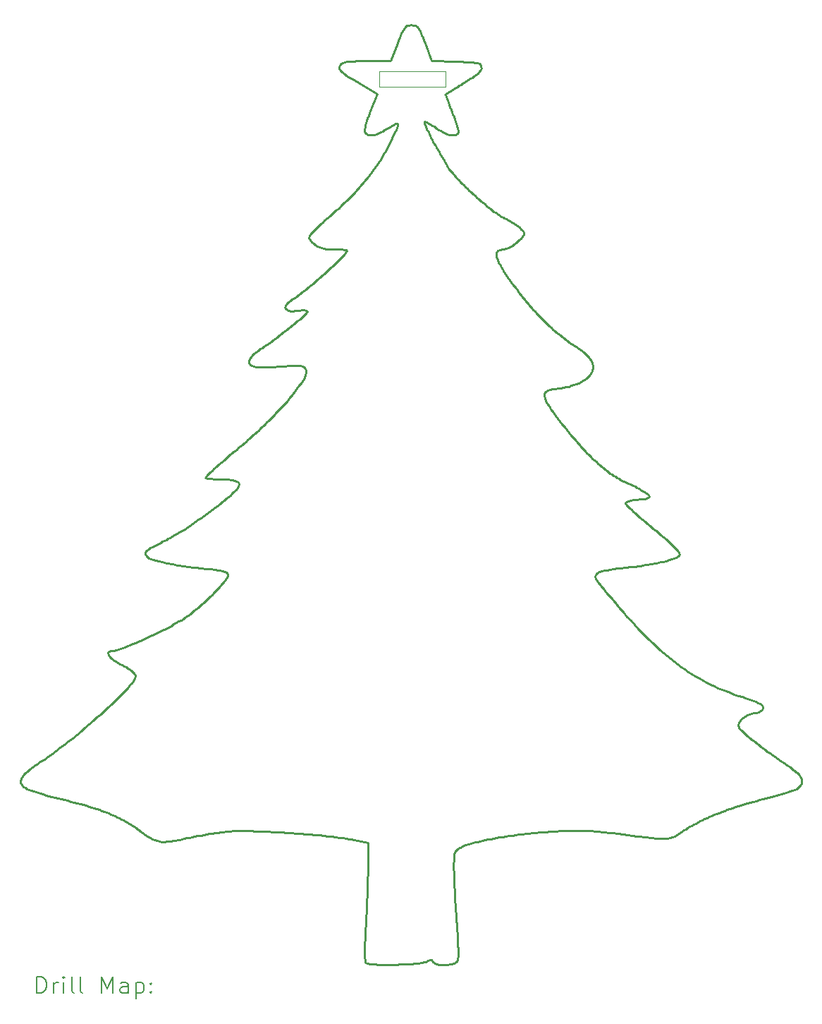
<source format=gbr>
%TF.GenerationSoftware,KiCad,Pcbnew,7.0.9*%
%TF.CreationDate,2023-11-22T22:42:49-07:00*%
%TF.ProjectId,OrnamentSCH,4f726e61-6d65-46e7-9453-43482e6b6963,rev?*%
%TF.SameCoordinates,Original*%
%TF.FileFunction,Drillmap*%
%TF.FilePolarity,Positive*%
%FSLAX45Y45*%
G04 Gerber Fmt 4.5, Leading zero omitted, Abs format (unit mm)*
G04 Created by KiCad (PCBNEW 7.0.9) date 2023-11-22 22:42:49*
%MOMM*%
%LPD*%
G01*
G04 APERTURE LIST*
%ADD10C,0.228600*%
%ADD11C,0.100000*%
%ADD12C,0.200000*%
G04 APERTURE END LIST*
D10*
X15950995Y-4701935D02*
X15975950Y-4717749D01*
X15999848Y-4731885D01*
X16022657Y-4744338D01*
X16044348Y-4755101D01*
X16074716Y-4768063D01*
X16102389Y-4777189D01*
X16127262Y-4782458D01*
X16155887Y-4783448D01*
X16179095Y-4777494D01*
X16200105Y-4760214D01*
X16205921Y-4750222D01*
X13472211Y-13133067D02*
X13498118Y-13131387D01*
X13527830Y-13130195D01*
X13561097Y-13129474D01*
X13597671Y-13129206D01*
X13637304Y-13129375D01*
X13679747Y-13129963D01*
X13724752Y-13130952D01*
X13772069Y-13132327D01*
X13821450Y-13134068D01*
X13872646Y-13136160D01*
X13925410Y-13138585D01*
X13979491Y-13141326D01*
X14034642Y-13144365D01*
X14090615Y-13147685D01*
X14147159Y-13151269D01*
X14204027Y-13155101D01*
X14260970Y-13159161D01*
X14317740Y-13163434D01*
X14374088Y-13167903D01*
X14429764Y-13172549D01*
X14484522Y-13177356D01*
X14538111Y-13182306D01*
X14590284Y-13187382D01*
X14640791Y-13192568D01*
X14689385Y-13197845D01*
X14735816Y-13203197D01*
X14779836Y-13208606D01*
X14821196Y-13214055D01*
X14859647Y-13219527D01*
X14894942Y-13225005D01*
X14926831Y-13230471D01*
X14955066Y-13235908D01*
X16187713Y-14217776D02*
X16184372Y-14174110D01*
X16181119Y-14129477D01*
X16177971Y-14084203D01*
X16174946Y-14038611D01*
X16173484Y-14015797D01*
X16170674Y-13970337D01*
X16168029Y-13925371D01*
X16165565Y-13881223D01*
X16163300Y-13838217D01*
X16161250Y-13796677D01*
X16159433Y-13756929D01*
X16157866Y-13719296D01*
X16156564Y-13684104D01*
X16155547Y-13651675D01*
X16154829Y-13622335D01*
X16154429Y-13596408D01*
X16154353Y-13584826D01*
X15443515Y-4762878D02*
X15425967Y-4799769D01*
X15408179Y-4836002D01*
X15390126Y-4871610D01*
X15371780Y-4906628D01*
X15353116Y-4941088D01*
X15334106Y-4975023D01*
X15314725Y-5008467D01*
X15294946Y-5041452D01*
X15274743Y-5074012D01*
X15254088Y-5106181D01*
X15232957Y-5137991D01*
X15211322Y-5169476D01*
X15189156Y-5200668D01*
X15166435Y-5231602D01*
X15143130Y-5262310D01*
X15119216Y-5292825D01*
X15094667Y-5323181D01*
X15069455Y-5353412D01*
X15043554Y-5383549D01*
X15016939Y-5413627D01*
X14989582Y-5443678D01*
X14961458Y-5473737D01*
X14932539Y-5503835D01*
X14902800Y-5534006D01*
X14872213Y-5564285D01*
X14840753Y-5594702D01*
X14808393Y-5625293D01*
X14775107Y-5656090D01*
X14740868Y-5687126D01*
X14705649Y-5718435D01*
X14669426Y-5750050D01*
X14632170Y-5782004D01*
X14089094Y-7556885D02*
X14129434Y-7554066D01*
X14165672Y-7551740D01*
X14198044Y-7549928D01*
X14226788Y-7548652D01*
X14252140Y-7547932D01*
X14284326Y-7547944D01*
X14310213Y-7549329D01*
X14336311Y-7553436D01*
X14358068Y-7562444D01*
X14374879Y-7582885D01*
X12169638Y-11138804D02*
X12194618Y-11151393D01*
X12218030Y-11164306D01*
X12239716Y-11177415D01*
X12259523Y-11190595D01*
X12282736Y-11208058D01*
X12301959Y-11225120D01*
X12319813Y-11245426D01*
X12331230Y-11267520D01*
X12331990Y-11270896D01*
X13832361Y-7348182D02*
X13804817Y-7366941D01*
X13780238Y-7385163D01*
X13758641Y-7402802D01*
X13740042Y-7419812D01*
X13717801Y-7444047D01*
X13702396Y-7466611D01*
X13692586Y-7493830D01*
X13695157Y-7517439D01*
X13710239Y-7537074D01*
X13729839Y-7548972D01*
X13756605Y-7558275D01*
X14374879Y-7582885D02*
X14383169Y-7606861D01*
X14384358Y-7632204D01*
X14376769Y-7661830D01*
X14364307Y-7688613D01*
X14352382Y-7709326D01*
X14337319Y-7732750D01*
X14318909Y-7759249D01*
X14296942Y-7789189D01*
X14271208Y-7822933D01*
X14256862Y-7841345D01*
X14241497Y-7860845D01*
X14225085Y-7881479D01*
X14207600Y-7903292D01*
X14189017Y-7926329D01*
X14169308Y-7950636D01*
X14148448Y-7976259D01*
X12472799Y-9842608D02*
X12493567Y-9856098D01*
X12515539Y-9865621D01*
X12543444Y-9875454D01*
X12576793Y-9885502D01*
X12615099Y-9895669D01*
X12657875Y-9905856D01*
X12680787Y-9910928D01*
X12704633Y-9915969D01*
X12729353Y-9920967D01*
X12754885Y-9925910D01*
X12781169Y-9930786D01*
X12808144Y-9935583D01*
X12835748Y-9940289D01*
X12863921Y-9944892D01*
X12892602Y-9949380D01*
X12921730Y-9953740D01*
X12951244Y-9957961D01*
X12981082Y-9962030D01*
X13011185Y-9965936D01*
X13041491Y-9969667D01*
X13071939Y-9973209D01*
X13102468Y-9976552D01*
X13133017Y-9979684D01*
X13163525Y-9982591D01*
X13193932Y-9985263D01*
X15123814Y-13270731D02*
X15123814Y-13549307D01*
X11477416Y-12756873D02*
X11517548Y-12766604D01*
X11556680Y-12776351D01*
X11594834Y-12786125D01*
X11632032Y-12795934D01*
X11668297Y-12805788D01*
X11703651Y-12815694D01*
X11738116Y-12825664D01*
X11771715Y-12835704D01*
X11804469Y-12845825D01*
X11836401Y-12856036D01*
X11867534Y-12866346D01*
X11897890Y-12876763D01*
X11927490Y-12887297D01*
X11956357Y-12897957D01*
X11984514Y-12908751D01*
X12011983Y-12919690D01*
X12038786Y-12930782D01*
X12064944Y-12942036D01*
X12090482Y-12953461D01*
X12115420Y-12965067D01*
X12139782Y-12976861D01*
X12163588Y-12988854D01*
X12186863Y-13001055D01*
X12209627Y-13013472D01*
X12231904Y-13026115D01*
X12253715Y-13038992D01*
X12275083Y-13052113D01*
X12296030Y-13065487D01*
X12316578Y-13079123D01*
X12336750Y-13093030D01*
X12356568Y-13107216D01*
X12376054Y-13121692D01*
X17268023Y-13141191D02*
X17300720Y-13138877D01*
X17332141Y-13136730D01*
X17362361Y-13134750D01*
X17391459Y-13132940D01*
X17419509Y-13131300D01*
X17446590Y-13129832D01*
X17472777Y-13128539D01*
X17498148Y-13127420D01*
X17522779Y-13126479D01*
X17546747Y-13125715D01*
X17570128Y-13125132D01*
X17592999Y-13124730D01*
X17637519Y-13124475D01*
X17680919Y-13124964D01*
X17723813Y-13126209D01*
X17766815Y-13128222D01*
X17810538Y-13131014D01*
X17855595Y-13134598D01*
X17878816Y-13136691D01*
X17902601Y-13138986D01*
X17927025Y-13141485D01*
X17952167Y-13144190D01*
X17978102Y-13147102D01*
X18004908Y-13150222D01*
X18032661Y-13153553D01*
X18061437Y-13157095D01*
X12702983Y-9637390D02*
X12679714Y-9648651D01*
X12657737Y-9659372D01*
X12637026Y-9669576D01*
X12599301Y-9688524D01*
X12566336Y-9705675D01*
X12537926Y-9721212D01*
X12513869Y-9735316D01*
X12493960Y-9748169D01*
X12471429Y-9765500D01*
X12454008Y-9785924D01*
X12450221Y-9809187D01*
X12463453Y-9832579D01*
X12472799Y-9842608D01*
X15803795Y-4618362D02*
X15828480Y-4628484D01*
X15850092Y-4640135D01*
X15870757Y-4652008D01*
X15893768Y-4665780D01*
X15918521Y-4681108D01*
X15937867Y-4693419D01*
X15950995Y-4701935D01*
X15645888Y-3461919D02*
X15645898Y-3461904D01*
X17604126Y-7309415D02*
X17583205Y-7296005D01*
X17562173Y-7282044D01*
X17541039Y-7267539D01*
X17519810Y-7252499D01*
X17498495Y-7236930D01*
X17477101Y-7220842D01*
X17455637Y-7204241D01*
X17434110Y-7187135D01*
X17412529Y-7169533D01*
X17390902Y-7151442D01*
X17369236Y-7132870D01*
X17347539Y-7113825D01*
X17325820Y-7094314D01*
X17304087Y-7074346D01*
X17282347Y-7053928D01*
X17260609Y-7033068D01*
X17238880Y-7011774D01*
X17217169Y-6990054D01*
X17195484Y-6967915D01*
X17173832Y-6945366D01*
X17152222Y-6922414D01*
X17130662Y-6899067D01*
X17109159Y-6875332D01*
X17087722Y-6851218D01*
X17066358Y-6826733D01*
X17045077Y-6801884D01*
X17023885Y-6776679D01*
X17002790Y-6751126D01*
X16981802Y-6725233D01*
X16960927Y-6699007D01*
X16940173Y-6672457D01*
X16919550Y-6645590D01*
X15886221Y-3891740D02*
X15807686Y-3676887D01*
X15393892Y-3892769D02*
X15102130Y-3893369D01*
X18921434Y-13120414D02*
X18942922Y-13106663D01*
X18965113Y-13092987D01*
X18987994Y-13079392D01*
X19011556Y-13065881D01*
X19035785Y-13052459D01*
X19060672Y-13039131D01*
X19086205Y-13025900D01*
X19112371Y-13012771D01*
X19139161Y-12999749D01*
X19166563Y-12986837D01*
X19194565Y-12974041D01*
X19223156Y-12961364D01*
X19252325Y-12948811D01*
X19282061Y-12936387D01*
X19312351Y-12924095D01*
X19343186Y-12911940D01*
X19374552Y-12899927D01*
X19406440Y-12888060D01*
X19438838Y-12876343D01*
X19471734Y-12864781D01*
X19505117Y-12853378D01*
X19538977Y-12842138D01*
X19573300Y-12831066D01*
X19608077Y-12820166D01*
X19643296Y-12809443D01*
X19678945Y-12798900D01*
X19715013Y-12788543D01*
X19751489Y-12778376D01*
X19788362Y-12768403D01*
X19825620Y-12758628D01*
X19863252Y-12749056D01*
X19901246Y-12739692D01*
X18217952Y-8946403D02*
X18177120Y-8926598D01*
X18156712Y-8915876D01*
X18136294Y-8904594D01*
X18115856Y-8892743D01*
X18095387Y-8880313D01*
X18074876Y-8867294D01*
X18054312Y-8853677D01*
X18033684Y-8839453D01*
X18012982Y-8824612D01*
X17992195Y-8809144D01*
X17971312Y-8793039D01*
X17950322Y-8776288D01*
X17929215Y-8758882D01*
X17907979Y-8740810D01*
X17886604Y-8722064D01*
X17865078Y-8702633D01*
X17843392Y-8682508D01*
X17821534Y-8661680D01*
X17799493Y-8640138D01*
X17777260Y-8617873D01*
X17754822Y-8594876D01*
X17732169Y-8571137D01*
X17709290Y-8546646D01*
X17686175Y-8521394D01*
X17662812Y-8495371D01*
X17639191Y-8468567D01*
X17615301Y-8440974D01*
X17591131Y-8412581D01*
X17566670Y-8383378D01*
X17541908Y-8353357D01*
X17516834Y-8322507D01*
X13558253Y-9014422D02*
X13539849Y-9037623D01*
X13511126Y-9067034D01*
X13493273Y-9083793D01*
X13473293Y-9101774D01*
X13451339Y-9120867D01*
X13427560Y-9140962D01*
X13402110Y-9161948D01*
X13375138Y-9183716D01*
X13346796Y-9206155D01*
X13317235Y-9229156D01*
X13286607Y-9252607D01*
X13255062Y-9276400D01*
X13222753Y-9300423D01*
X13189829Y-9324567D01*
X13156443Y-9348721D01*
X13122746Y-9372776D01*
X13088888Y-9396621D01*
X13055022Y-9420145D01*
X13021298Y-9443240D01*
X12987868Y-9465794D01*
X12954882Y-9487698D01*
X12922492Y-9508842D01*
X12890850Y-9529114D01*
X12860107Y-9548406D01*
X12830413Y-9566607D01*
X12801920Y-9583606D01*
X12774779Y-9599295D01*
X12749142Y-9613561D01*
X12725159Y-9626297D01*
X12702983Y-9637390D01*
X14279386Y-6887723D02*
X14304066Y-6884413D01*
X14331981Y-6882082D01*
X14355941Y-6881710D01*
X14381424Y-6884389D01*
X14397954Y-6895843D01*
X14870554Y-6168877D02*
X14858100Y-6192036D01*
X14837242Y-6217293D01*
X14807775Y-6249124D01*
X14790199Y-6267161D01*
X14770932Y-6286430D01*
X14750128Y-6306792D01*
X14727942Y-6328112D01*
X14704527Y-6350251D01*
X14680037Y-6373072D01*
X14654627Y-6396437D01*
X14628449Y-6420211D01*
X14601657Y-6444254D01*
X14574407Y-6468431D01*
X14546851Y-6492603D01*
X14519143Y-6516633D01*
X14491438Y-6540385D01*
X14463889Y-6563720D01*
X14436650Y-6586501D01*
X14409875Y-6608592D01*
X14383717Y-6629854D01*
X14358332Y-6650151D01*
X14333872Y-6669345D01*
X14310491Y-6687298D01*
X14288344Y-6703874D01*
X14267584Y-6718936D01*
X14248366Y-6732345D01*
X14215167Y-6753658D01*
X19579322Y-11888060D02*
X19574032Y-11860543D01*
X19578635Y-11833156D01*
X19592308Y-11806657D01*
X19608020Y-11787822D01*
X19628025Y-11770235D01*
X19651976Y-11754216D01*
X19679525Y-11740084D01*
X19710327Y-11728161D01*
X19732496Y-11721597D01*
X19755854Y-11716252D01*
X19767946Y-11714066D01*
X16754000Y-6151000D02*
X16784631Y-6145001D01*
X16812005Y-6133610D01*
X16841630Y-6117513D01*
X16861956Y-6104700D01*
X16882270Y-6090597D01*
X16902166Y-6075523D01*
X16921239Y-6059799D01*
X16939084Y-6043745D01*
X16962662Y-6019746D01*
X16981198Y-5996807D01*
X16993322Y-5976009D01*
X16997667Y-5958433D01*
X19767946Y-11714066D02*
X19791050Y-11709461D01*
X19815707Y-11702192D01*
X19839028Y-11691300D01*
X19857478Y-11675684D01*
X19866833Y-11654126D01*
X19867192Y-11648135D01*
X15021510Y-4159062D02*
X15236683Y-4285814D01*
X12040506Y-10971890D02*
X12013609Y-10976082D01*
X12000150Y-10996258D01*
X12011185Y-11022704D01*
X12026542Y-11041514D01*
X12047875Y-11061787D01*
X12074715Y-11082914D01*
X12095436Y-11097173D01*
X12118256Y-11111361D01*
X12143037Y-11125298D01*
X12169638Y-11138804D01*
X15323278Y-4720974D02*
X15356258Y-4700652D01*
X15385144Y-4683145D01*
X15410087Y-4668506D01*
X15431236Y-4656786D01*
X15456172Y-4644795D01*
X15480880Y-4640148D01*
X15484007Y-4667220D01*
X15475513Y-4691304D01*
X15461848Y-4723131D01*
X15450113Y-4748738D01*
X15443515Y-4762878D01*
X15085727Y-4744421D02*
X15098970Y-4763548D01*
X15123169Y-4778495D01*
X15148175Y-4783330D01*
X15177787Y-4781871D01*
X15202785Y-4776669D01*
X15229996Y-4767963D01*
X15259256Y-4755768D01*
X15279822Y-4745708D01*
X15301178Y-4734108D01*
X15323278Y-4720974D01*
X12967919Y-10542185D02*
X12949119Y-10555714D01*
X12927920Y-10570044D01*
X12904495Y-10585094D01*
X12879020Y-10600783D01*
X12851668Y-10617031D01*
X12822614Y-10633757D01*
X12792032Y-10650879D01*
X12760096Y-10668319D01*
X12726981Y-10685993D01*
X12692860Y-10703823D01*
X12657908Y-10721727D01*
X12622299Y-10739624D01*
X12586207Y-10757435D01*
X12549807Y-10775077D01*
X12513273Y-10792470D01*
X12476779Y-10809535D01*
X12440499Y-10826188D01*
X12404608Y-10842352D01*
X12369280Y-10857943D01*
X12334688Y-10872882D01*
X12301008Y-10887089D01*
X12268414Y-10900481D01*
X12237079Y-10912979D01*
X12207178Y-10924502D01*
X12178886Y-10934969D01*
X12152376Y-10944299D01*
X12127823Y-10952412D01*
X12105400Y-10959227D01*
X12067646Y-10968639D01*
X12040506Y-10971890D01*
X14215167Y-6753658D02*
X14191212Y-6768949D01*
X14171311Y-6783996D01*
X14148911Y-6805794D01*
X14135242Y-6826227D01*
X14130191Y-6850499D01*
X14144265Y-6874430D01*
X14171153Y-6887028D01*
X14200071Y-6891895D01*
X14223385Y-6892686D01*
X14249847Y-6891344D01*
X14279386Y-6887723D01*
X16137395Y-4508440D02*
X16124489Y-4477034D01*
X16112177Y-4446903D01*
X16100607Y-4418418D01*
X16089925Y-4391949D01*
X16080281Y-4367868D01*
X16071820Y-4346545D01*
X16062636Y-4323045D01*
X16054063Y-4300148D01*
X16052326Y-4294400D01*
D11*
X15259100Y-4020820D02*
X16059100Y-4020820D01*
X16059100Y-4202100D01*
X15259100Y-4202100D01*
X15259100Y-4020820D01*
D10*
X19619354Y-11522195D02*
X19569250Y-11506220D01*
X19519883Y-11489499D01*
X19471214Y-11472008D01*
X19423206Y-11453717D01*
X19375819Y-11434599D01*
X19329015Y-11414629D01*
X19282757Y-11393778D01*
X19237006Y-11372019D01*
X19191724Y-11349325D01*
X19146873Y-11325669D01*
X19102415Y-11301023D01*
X19058311Y-11275361D01*
X19014523Y-11248655D01*
X18971013Y-11220879D01*
X18927743Y-11192004D01*
X18884674Y-11162004D01*
X18841769Y-11130852D01*
X18798989Y-11098520D01*
X18756296Y-11064981D01*
X18713652Y-11030208D01*
X18671018Y-10994174D01*
X18628357Y-10956851D01*
X18585630Y-10918213D01*
X18542798Y-10878232D01*
X18499825Y-10836881D01*
X18456671Y-10794133D01*
X18413299Y-10749961D01*
X18369669Y-10704337D01*
X18325745Y-10657235D01*
X18281487Y-10608626D01*
X18236858Y-10558485D01*
X18191819Y-10506783D01*
X15820890Y-14698785D02*
X15844908Y-14687764D01*
X15867143Y-14679926D01*
X15891799Y-14679926D01*
X15907628Y-14698785D01*
X17806928Y-7632565D02*
X17819584Y-7604104D01*
X17825967Y-7575715D01*
X17825981Y-7547242D01*
X17819528Y-7518527D01*
X17806512Y-7489416D01*
X17794141Y-7469711D01*
X17778782Y-7449713D01*
X17760405Y-7429378D01*
X17738983Y-7408657D01*
X17714487Y-7387506D01*
X17686887Y-7365878D01*
X17656156Y-7343726D01*
X17622265Y-7321004D01*
X17604126Y-7309415D01*
X16484617Y-3966956D02*
X16478221Y-3944835D01*
X16460201Y-3926132D01*
X16437687Y-3917480D01*
X16413366Y-3912569D01*
X16381400Y-3908731D01*
X16355280Y-3906643D01*
X16324916Y-3904845D01*
X16289971Y-3903261D01*
X16250107Y-3901817D01*
X16204984Y-3900438D01*
X16180345Y-3899750D01*
X16201612Y-14684508D02*
X16205277Y-14659078D01*
X16206353Y-14632505D01*
X16206616Y-14598432D01*
X16206352Y-14571949D01*
X16205745Y-14542732D01*
X16204801Y-14511018D01*
X16203527Y-14477049D01*
X16201932Y-14441062D01*
X16200021Y-14403298D01*
X16197802Y-14363996D01*
X16195283Y-14323394D01*
X16192469Y-14281732D01*
X16189368Y-14239250D01*
X16187713Y-14217776D01*
X14707090Y-6151003D02*
X14731913Y-6151210D01*
X14755585Y-6151810D01*
X14784871Y-6153168D01*
X14810941Y-6155097D01*
X14837989Y-6158199D01*
X14860601Y-6162746D01*
X14870554Y-6168877D01*
X12331990Y-11270896D02*
X12326466Y-11295345D01*
X12304559Y-11331861D01*
X12287948Y-11354208D01*
X12267825Y-11379051D01*
X12244382Y-11406214D01*
X12217816Y-11435524D01*
X12188320Y-11466806D01*
X12156089Y-11499887D01*
X12121317Y-11534593D01*
X12084198Y-11570750D01*
X12044926Y-11608184D01*
X12003697Y-11646721D01*
X11960703Y-11686186D01*
X11916141Y-11726407D01*
X11870203Y-11767209D01*
X11823084Y-11808417D01*
X11774979Y-11849859D01*
X11726082Y-11891359D01*
X11676587Y-11932745D01*
X11626688Y-11973842D01*
X11576581Y-12014476D01*
X11526458Y-12054473D01*
X11476515Y-12093660D01*
X11426946Y-12131862D01*
X11377945Y-12168905D01*
X11329707Y-12204615D01*
X11282425Y-12238819D01*
X11236294Y-12271342D01*
X11191509Y-12302010D01*
X11148264Y-12330650D01*
X16205921Y-4750222D02*
X16206393Y-4725506D01*
X16202100Y-4701910D01*
X16194840Y-4672666D01*
X16187616Y-4647623D01*
X16178999Y-4620381D01*
X16169107Y-4591357D01*
X16158059Y-4560972D01*
X16145971Y-4529643D01*
X16137395Y-4508440D01*
X18061437Y-13157095D02*
X18127285Y-13165316D01*
X18188683Y-13173016D01*
X18245823Y-13180185D01*
X18298900Y-13186815D01*
X18348107Y-13192898D01*
X18393637Y-13198426D01*
X18435685Y-13203391D01*
X18474444Y-13207784D01*
X18510107Y-13211598D01*
X18542869Y-13214823D01*
X18572923Y-13217453D01*
X18600462Y-13219478D01*
X18625680Y-13220890D01*
X18648772Y-13221682D01*
X18689347Y-13221370D01*
X18723738Y-13218476D01*
X18753494Y-13212935D01*
X18780163Y-13204681D01*
X18805295Y-13193648D01*
X18830439Y-13179770D01*
X18857144Y-13162983D01*
X18886959Y-13143219D01*
X18921434Y-13120414D01*
X14955066Y-13235908D02*
X15123814Y-13270731D01*
X13173638Y-8893125D02*
X13197663Y-8900363D01*
X13221869Y-8903788D01*
X13245609Y-8906104D01*
X13272461Y-8907968D01*
X13301708Y-8909309D01*
X13324784Y-8909930D01*
X13348501Y-8910188D01*
X16273614Y-4156505D02*
X16304003Y-4138424D01*
X16331667Y-4121559D01*
X16356700Y-4105829D01*
X16379194Y-4091151D01*
X16399240Y-4077442D01*
X16424923Y-4058515D01*
X16445618Y-4041302D01*
X16465992Y-4020539D01*
X16480894Y-3997168D01*
X16485182Y-3971206D01*
X16484617Y-3966956D01*
X19901246Y-12739692D02*
X19934227Y-12731552D01*
X19966886Y-12723221D01*
X19999027Y-12714758D01*
X20030457Y-12706226D01*
X20060980Y-12697685D01*
X20090401Y-12689195D01*
X20118525Y-12680819D01*
X20145158Y-12672618D01*
X20170104Y-12664651D01*
X20193169Y-12656981D01*
X20223812Y-12646165D01*
X20249126Y-12636359D01*
X20273451Y-12625211D01*
X20281135Y-12620601D01*
X15645898Y-3461904D02*
X15620558Y-3463309D01*
X15594184Y-3470788D01*
X15571311Y-3487692D01*
X15553814Y-3510208D01*
X15540299Y-3533444D01*
X15525832Y-3562909D01*
X15515387Y-3586364D01*
X15504110Y-3613114D01*
X15491837Y-3643367D01*
X15478404Y-3677336D01*
X17402854Y-7822113D02*
X17437439Y-7818031D01*
X17471440Y-7812604D01*
X17504716Y-7805897D01*
X17537125Y-7797976D01*
X17568526Y-7788910D01*
X17598777Y-7778764D01*
X17627737Y-7767604D01*
X17655264Y-7755498D01*
X17681217Y-7742512D01*
X17705454Y-7728713D01*
X17727835Y-7714167D01*
X17748216Y-7698941D01*
X17766458Y-7683101D01*
X17782418Y-7666714D01*
X17801771Y-7641253D01*
X17806928Y-7632565D01*
X17516834Y-8322507D02*
X17486109Y-8284307D01*
X17457271Y-8248157D01*
X17430308Y-8213997D01*
X17405206Y-8181767D01*
X17381951Y-8151408D01*
X17360529Y-8122861D01*
X17340928Y-8096067D01*
X17323133Y-8070966D01*
X17307131Y-8047498D01*
X17292909Y-8025605D01*
X17280453Y-8005226D01*
X17260785Y-7968777D01*
X17248018Y-7937676D01*
X17242045Y-7911447D01*
X17245586Y-7880201D01*
X17263803Y-7857248D01*
X17283920Y-7845761D01*
X17310289Y-7836772D01*
X17342802Y-7829806D01*
X17381350Y-7824389D01*
X17402854Y-7822113D01*
X12376054Y-13121692D02*
X12395489Y-13136330D01*
X12413955Y-13150070D01*
X12448325Y-13174914D01*
X12479865Y-13196335D01*
X12509273Y-13214450D01*
X12537250Y-13229372D01*
X12564495Y-13241214D01*
X12591706Y-13250091D01*
X12619585Y-13256117D01*
X12648829Y-13259405D01*
X12680139Y-13260071D01*
X12714214Y-13258227D01*
X12751753Y-13253988D01*
X12793456Y-13247469D01*
X12816088Y-13243389D01*
X12840023Y-13238782D01*
X12865348Y-13233661D01*
X12892152Y-13228042D01*
X12920522Y-13221938D01*
X12950544Y-13215363D01*
X16752748Y-5772483D02*
X16725916Y-5758180D01*
X16693742Y-5737957D01*
X16657020Y-5712511D01*
X16637202Y-5698048D01*
X16616545Y-5682539D01*
X16595149Y-5666074D01*
X16573112Y-5648739D01*
X16550535Y-5630621D01*
X16527516Y-5611807D01*
X16504155Y-5592385D01*
X16480551Y-5572442D01*
X16456803Y-5552064D01*
X16433011Y-5531340D01*
X16409274Y-5510355D01*
X16385692Y-5489198D01*
X16362363Y-5467956D01*
X16339388Y-5446715D01*
X16316865Y-5425563D01*
X16294894Y-5404587D01*
X16273574Y-5383874D01*
X16253004Y-5363512D01*
X16233285Y-5343587D01*
X16214514Y-5324187D01*
X16196792Y-5305399D01*
X16180218Y-5287310D01*
X16164891Y-5270006D01*
X16138375Y-5238108D01*
X16127386Y-5223686D01*
X11148264Y-12330650D02*
X11128641Y-12343594D01*
X11092556Y-12368576D01*
X11060669Y-12392397D01*
X11032957Y-12415110D01*
X11009399Y-12436767D01*
X10989973Y-12457424D01*
X10974659Y-12477132D01*
X10959349Y-12505035D01*
X10953169Y-12531107D01*
X10956045Y-12555528D01*
X10967906Y-12578480D01*
X10988679Y-12600142D01*
X11007443Y-12613957D01*
X11030114Y-12627333D01*
X13442465Y-10042719D02*
X13439103Y-10071220D01*
X13428823Y-10091848D01*
X13413344Y-10116164D01*
X13393066Y-10143748D01*
X13368391Y-10174177D01*
X13339718Y-10207029D01*
X13324009Y-10224233D01*
X13307450Y-10241884D01*
X13290092Y-10259930D01*
X13271986Y-10278319D01*
X13253181Y-10296997D01*
X13233727Y-10315912D01*
X13213675Y-10335012D01*
X13193074Y-10354243D01*
X13171975Y-10373552D01*
X13150427Y-10392888D01*
X13128482Y-10412197D01*
X13106188Y-10431427D01*
X13083596Y-10450524D01*
X13060756Y-10469437D01*
X13037718Y-10488112D01*
X13014533Y-10506497D01*
X12991250Y-10524539D01*
X12967919Y-10542185D01*
X15094753Y-14714223D02*
X15120535Y-14722686D01*
X15151643Y-14726997D01*
X15192008Y-14730282D01*
X15215158Y-14731551D01*
X15240019Y-14732577D01*
X15266389Y-14733363D01*
X15294066Y-14733914D01*
X15322850Y-14734235D01*
X15352540Y-14734329D01*
X15382933Y-14734201D01*
X15413828Y-14733856D01*
X15445025Y-14733296D01*
X15476322Y-14732527D01*
X15507517Y-14731554D01*
X15538410Y-14730379D01*
X15568799Y-14729008D01*
X15598483Y-14727445D01*
X15627260Y-14725694D01*
X15654929Y-14723759D01*
X15681290Y-14721645D01*
X15706140Y-14719355D01*
X15729278Y-14716895D01*
X15769614Y-14711479D01*
X15800688Y-14705431D01*
X15820890Y-14698785D01*
X16127386Y-5223686D02*
X16103908Y-5190347D01*
X16078206Y-5151436D01*
X16064698Y-5130223D01*
X16050848Y-5108018D01*
X16036727Y-5084952D01*
X16022406Y-5061159D01*
X16007956Y-5036772D01*
X15993448Y-5011925D01*
X15978953Y-4986750D01*
X15964544Y-4961382D01*
X15950290Y-4935952D01*
X15936264Y-4910594D01*
X15922535Y-4885442D01*
X15909177Y-4860628D01*
X15896259Y-4836287D01*
X15883852Y-4812550D01*
X15872030Y-4789552D01*
X15860861Y-4767425D01*
X15850418Y-4746302D01*
X15831993Y-4707605D01*
X15817325Y-4674524D01*
X15806984Y-4648126D01*
X15800829Y-4623391D01*
X15803795Y-4618362D01*
X18354034Y-9155104D02*
X18394054Y-9152173D01*
X18428014Y-9148524D01*
X18455825Y-9144021D01*
X18485822Y-9135372D01*
X18503480Y-9119592D01*
X18494965Y-9097970D01*
X18470981Y-9077268D01*
X18446447Y-9061078D01*
X18414975Y-9042820D01*
X18376477Y-9022358D01*
X18354566Y-9011259D01*
X18330866Y-8999558D01*
X18305365Y-8987239D01*
X18278053Y-8974285D01*
X18248919Y-8960678D01*
X18217952Y-8946403D01*
X16154353Y-13584826D02*
X16154347Y-13550276D01*
X16154610Y-13519440D01*
X16155221Y-13492050D01*
X16156262Y-13467836D01*
X16158806Y-13436884D01*
X16162774Y-13411569D01*
X16170750Y-13385015D01*
X16182391Y-13364719D01*
X16203082Y-13344877D01*
X16225337Y-13330805D01*
X16231777Y-13327257D01*
X16997667Y-5958433D02*
X16985604Y-5932742D01*
X16965635Y-5910795D01*
X16945403Y-5892571D01*
X16921330Y-5873338D01*
X16894014Y-5853551D01*
X16874297Y-5840276D01*
X16853581Y-5827091D01*
X16832044Y-5814131D01*
X16809862Y-5801530D01*
X16787212Y-5789423D01*
X16764272Y-5777945D01*
X16752748Y-5772483D01*
X20281135Y-12620601D02*
X20303196Y-12602817D01*
X20319743Y-12584204D01*
X20333251Y-12558206D01*
X20337012Y-12530992D01*
X20331057Y-12502707D01*
X20320233Y-12480879D01*
X20303974Y-12458593D01*
X20282295Y-12435911D01*
X20264837Y-12420599D01*
X20244979Y-12405157D01*
X20234152Y-12397393D01*
X18198632Y-9972728D02*
X18233267Y-9969006D01*
X18267273Y-9965148D01*
X18300625Y-9961160D01*
X18333296Y-9957048D01*
X18365260Y-9952817D01*
X18396492Y-9948475D01*
X18426966Y-9944027D01*
X18456655Y-9939479D01*
X18485533Y-9934837D01*
X18513576Y-9930108D01*
X18540756Y-9925297D01*
X18567047Y-9920411D01*
X18592425Y-9915455D01*
X18616862Y-9910437D01*
X18640334Y-9905361D01*
X18662813Y-9900235D01*
X18704692Y-9889854D01*
X18742291Y-9879342D01*
X18775403Y-9868748D01*
X18803820Y-9858121D01*
X18827335Y-9847510D01*
X18852960Y-9831731D01*
X18866388Y-9816261D01*
X16052326Y-4294400D02*
X16074237Y-4278205D01*
X16096443Y-4263881D01*
X16117337Y-4250753D01*
X16141440Y-4235846D01*
X16168368Y-4219398D01*
X16197739Y-4201648D01*
X16218486Y-4189209D01*
X16240036Y-4176367D01*
X16262273Y-4163194D01*
X16273614Y-4156505D01*
X14632170Y-5782004D02*
X14605323Y-5805081D01*
X14580065Y-5827285D01*
X14556439Y-5848567D01*
X14534490Y-5868878D01*
X14514263Y-5888168D01*
X14495802Y-5906388D01*
X14479151Y-5923489D01*
X14457667Y-5946934D01*
X14440507Y-5967584D01*
X14424613Y-5990483D01*
X14416463Y-6014098D01*
X14418109Y-6018911D01*
X13756605Y-7558275D02*
X13781832Y-7562080D01*
X13812079Y-7564035D01*
X13839742Y-7564871D01*
X13871032Y-7565170D01*
X13905374Y-7564936D01*
X13929680Y-7564485D01*
X13954917Y-7563800D01*
X13980914Y-7562880D01*
X14007501Y-7561728D01*
X14034506Y-7560344D01*
X14061761Y-7558730D01*
X14089094Y-7556885D01*
X14418109Y-6018911D02*
X14431607Y-6037802D01*
X14451573Y-6062829D01*
X14471707Y-6084115D01*
X14492579Y-6101920D01*
X14514755Y-6116506D01*
X14538807Y-6128133D01*
X14565302Y-6137061D01*
X14594808Y-6143551D01*
X14627896Y-6147865D01*
X14652225Y-6149660D01*
X14678567Y-6150680D01*
X14707090Y-6151003D01*
X18213086Y-9194221D02*
X18230171Y-9178658D01*
X18254505Y-9170134D01*
X18281109Y-9163980D01*
X18305717Y-9159905D01*
X18332653Y-9156758D01*
X18354034Y-9155104D01*
X14789657Y-3938173D02*
X14780255Y-3964306D01*
X14781631Y-3987713D01*
X14797960Y-4012369D01*
X14816670Y-4029416D01*
X14843167Y-4049202D01*
X14865603Y-4064338D01*
X14892167Y-4081328D01*
X14923127Y-4100426D01*
X14958749Y-4121886D01*
X14978392Y-4133581D01*
X14999302Y-4145963D01*
X15021510Y-4159062D01*
X15151614Y-4494514D02*
X15143050Y-4515994D01*
X15131031Y-4547829D01*
X15120105Y-4578819D01*
X15110387Y-4608531D01*
X15101991Y-4636533D01*
X15095029Y-4662392D01*
X15089616Y-4685677D01*
X15085004Y-4711971D01*
X15083807Y-4735759D01*
X15085727Y-4744421D01*
X17858775Y-10102730D02*
X17851822Y-10077840D01*
X17858867Y-10051776D01*
X17878956Y-10034250D01*
X17903460Y-10022662D01*
X17936770Y-10012132D01*
X17964188Y-10005579D01*
X17995999Y-9999315D01*
X18032393Y-9993265D01*
X18073562Y-9987357D01*
X18119698Y-9981518D01*
X18144688Y-9978601D01*
X18170991Y-9975674D01*
X18198632Y-9972728D01*
X15102130Y-3893369D02*
X15060048Y-3893546D01*
X15021864Y-3893944D01*
X14987387Y-3894592D01*
X14956427Y-3895516D01*
X14928792Y-3896744D01*
X14904292Y-3898304D01*
X14873000Y-3901326D01*
X14847686Y-3905247D01*
X14822120Y-3912036D01*
X14801167Y-3923340D01*
X14789657Y-3938173D01*
X18191819Y-10506783D02*
X18175559Y-10487898D01*
X18159463Y-10469159D01*
X18143552Y-10450590D01*
X18127849Y-10432217D01*
X18112374Y-10414067D01*
X18097148Y-10396165D01*
X18082193Y-10378538D01*
X18053182Y-10344210D01*
X18025510Y-10311289D01*
X17999349Y-10279983D01*
X17974869Y-10250500D01*
X17952240Y-10223045D01*
X17931634Y-10197827D01*
X17913221Y-10175053D01*
X17897171Y-10154929D01*
X17877902Y-10130167D01*
X17862076Y-10108362D01*
X17858775Y-10102730D01*
X15123814Y-13549307D02*
X15123677Y-13579943D01*
X15123277Y-13614135D01*
X15122626Y-13651517D01*
X15121738Y-13691723D01*
X15120626Y-13734389D01*
X15119305Y-13779149D01*
X15118570Y-13802200D01*
X15117788Y-13825638D01*
X15116960Y-13849416D01*
X15116088Y-13873490D01*
X15115174Y-13897813D01*
X15114219Y-13922340D01*
X15113225Y-13947024D01*
X15112194Y-13971822D01*
X15111128Y-13996686D01*
X15110028Y-14021571D01*
X15108896Y-14046432D01*
X15107733Y-14071222D01*
X15106542Y-14095897D01*
X15105324Y-14120409D01*
X15104080Y-14144715D01*
X15102813Y-14168768D01*
X15101524Y-14192522D01*
X15100215Y-14215932D01*
X15098887Y-14238952D01*
X15097543Y-14261536D01*
X15807686Y-3676887D02*
X15795099Y-3642797D01*
X15783597Y-3612464D01*
X15773019Y-3585673D01*
X15763202Y-3562208D01*
X15749551Y-3532780D01*
X15736702Y-3509628D01*
X15719876Y-3487270D01*
X15697513Y-3470583D01*
X15671312Y-3463272D01*
X15645888Y-3461919D01*
X14397954Y-6895843D02*
X14382326Y-6918381D01*
X14363883Y-6937076D01*
X14339323Y-6959945D01*
X14309374Y-6986407D01*
X14274764Y-7015879D01*
X14255939Y-7031562D01*
X14236221Y-7047780D01*
X14215701Y-7064460D01*
X14194471Y-7081528D01*
X14172622Y-7098913D01*
X14150243Y-7116541D01*
X14127427Y-7134341D01*
X14104264Y-7152238D01*
X14080845Y-7170161D01*
X14057262Y-7188036D01*
X14033604Y-7205791D01*
X14009963Y-7223353D01*
X13986430Y-7240650D01*
X13963096Y-7257609D01*
X13940052Y-7274156D01*
X13917389Y-7290220D01*
X13895197Y-7305727D01*
X13873568Y-7320605D01*
X13852592Y-7334781D01*
X13832361Y-7348182D01*
X16180345Y-3899750D02*
X15886221Y-3891740D01*
X12950544Y-13215363D02*
X12981116Y-13208795D01*
X13013207Y-13202221D01*
X13046548Y-13195682D01*
X13080873Y-13189221D01*
X13115914Y-13182881D01*
X13151405Y-13176702D01*
X13187077Y-13170727D01*
X13222663Y-13164998D01*
X13257897Y-13159557D01*
X13292511Y-13154446D01*
X13326238Y-13149707D01*
X13358811Y-13145383D01*
X13389961Y-13141514D01*
X13419423Y-13138144D01*
X13446929Y-13135314D01*
X13472211Y-13133067D01*
X20234152Y-12397393D02*
X20194237Y-12369444D01*
X20155660Y-12342335D01*
X20118412Y-12316060D01*
X20082485Y-12290613D01*
X20047871Y-12265986D01*
X20014561Y-12242174D01*
X19982548Y-12219171D01*
X19951823Y-12196969D01*
X19922377Y-12175562D01*
X19894203Y-12154945D01*
X19867292Y-12135110D01*
X19841636Y-12116052D01*
X19817226Y-12097764D01*
X19794055Y-12080239D01*
X19772114Y-12063471D01*
X19751395Y-12047454D01*
X19731890Y-12032181D01*
X19713590Y-12017646D01*
X19680572Y-11990764D01*
X19652277Y-11966758D01*
X19628639Y-11945575D01*
X19609590Y-11927165D01*
X19589478Y-11904637D01*
X19579322Y-11888060D01*
X15907628Y-14698785D02*
X15926433Y-14716753D01*
X15951049Y-14726177D01*
X15982226Y-14732249D01*
X16005566Y-14734486D01*
X16030187Y-14735313D01*
X16055436Y-14734761D01*
X16080660Y-14732861D01*
X16105204Y-14729646D01*
X16128416Y-14725147D01*
X16159306Y-14716061D01*
X16183521Y-14704265D01*
X16201612Y-14684508D01*
X14148448Y-7976259D02*
X14124186Y-8005261D01*
X14097303Y-8036016D01*
X14067982Y-8068346D01*
X14036408Y-8102076D01*
X14019833Y-8119411D01*
X14002763Y-8137029D01*
X13985222Y-8154909D01*
X13967233Y-8173028D01*
X13948818Y-8191365D01*
X13930000Y-8209897D01*
X13910803Y-8228603D01*
X13891249Y-8247460D01*
X13871362Y-8266446D01*
X13851164Y-8285540D01*
X13830679Y-8304718D01*
X13809929Y-8323960D01*
X13788938Y-8343243D01*
X13767728Y-8362544D01*
X13746322Y-8381843D01*
X13724744Y-8401117D01*
X13703016Y-8420343D01*
X13681161Y-8439500D01*
X13659203Y-8458565D01*
X13637164Y-8477518D01*
X13615067Y-8496335D01*
X13592936Y-8514994D01*
X13570793Y-8533474D01*
X13548661Y-8551752D01*
X15097543Y-14261536D02*
X15094996Y-14305764D01*
X15092760Y-14348947D01*
X15090837Y-14390854D01*
X15089227Y-14431253D01*
X15087932Y-14469913D01*
X15086952Y-14506603D01*
X15086289Y-14541090D01*
X15085943Y-14573145D01*
X15085917Y-14602535D01*
X15086211Y-14629029D01*
X15086825Y-14652396D01*
X15088352Y-14681077D01*
X15091521Y-14706212D01*
X15094753Y-14714223D01*
X11030114Y-12627333D02*
X11052952Y-12637314D01*
X11078789Y-12646690D01*
X11111230Y-12657439D01*
X11136145Y-12665256D01*
X11163423Y-12673517D01*
X11192834Y-12682156D01*
X11224149Y-12691105D01*
X11257139Y-12700298D01*
X11291574Y-12709670D01*
X11327226Y-12719153D01*
X11363866Y-12728681D01*
X11401263Y-12738188D01*
X11439190Y-12747608D01*
X11477416Y-12756873D01*
X13193932Y-9985263D02*
X13220688Y-9987668D01*
X13246119Y-9990271D01*
X13270187Y-9993063D01*
X13292856Y-9996036D01*
X13324157Y-10000815D01*
X13352104Y-10005953D01*
X13376575Y-10011422D01*
X13403582Y-10019177D01*
X13427896Y-10029523D01*
X13442465Y-10042719D01*
X15478404Y-3677336D02*
X15393892Y-3892769D01*
X19867192Y-11648135D02*
X19856771Y-11624564D01*
X19835871Y-11607159D01*
X19810330Y-11592512D01*
X19785701Y-11580938D01*
X19756146Y-11568740D01*
X19733602Y-11560209D01*
X19708714Y-11551320D01*
X19681418Y-11542043D01*
X19651652Y-11532345D01*
X19619354Y-11522195D01*
X15236683Y-4285814D02*
X15151614Y-4494514D01*
X16919550Y-6645590D02*
X16894231Y-6612092D01*
X16870276Y-6579950D01*
X16847679Y-6549144D01*
X16826433Y-6519655D01*
X16806531Y-6491465D01*
X16787968Y-6464553D01*
X16770736Y-6438901D01*
X16754829Y-6414490D01*
X16740242Y-6391301D01*
X16726967Y-6369314D01*
X16714998Y-6348510D01*
X16694953Y-6310374D01*
X16680056Y-6276742D01*
X16670255Y-6247459D01*
X16665498Y-6222372D01*
X16667710Y-6192274D01*
X16680983Y-6170755D01*
X16705145Y-6157297D01*
X16740023Y-6151384D01*
X16754000Y-6151000D01*
X18549189Y-9500307D02*
X18514959Y-9472076D01*
X18481687Y-9444326D01*
X18449545Y-9417214D01*
X18418707Y-9390897D01*
X18389344Y-9365533D01*
X18361629Y-9341277D01*
X18335735Y-9318287D01*
X18311834Y-9296720D01*
X18290099Y-9276732D01*
X18270702Y-9258481D01*
X18253816Y-9242123D01*
X18233572Y-9221478D01*
X18216978Y-9202043D01*
X18213086Y-9194221D01*
X16231777Y-13327257D02*
X16260314Y-13313744D01*
X16296048Y-13300057D01*
X16338472Y-13286286D01*
X16362033Y-13279398D01*
X16387077Y-13272524D01*
X16413540Y-13265674D01*
X16441359Y-13258860D01*
X16470469Y-13252094D01*
X16500808Y-13245387D01*
X16532313Y-13238750D01*
X16564919Y-13232195D01*
X16598564Y-13225734D01*
X16633185Y-13219377D01*
X16668717Y-13213135D01*
X16705097Y-13207022D01*
X16742263Y-13201047D01*
X16780150Y-13195222D01*
X16818696Y-13189559D01*
X16857837Y-13184069D01*
X16897509Y-13178763D01*
X16937649Y-13173653D01*
X16978195Y-13168750D01*
X17019081Y-13164066D01*
X17060246Y-13159612D01*
X17101626Y-13155400D01*
X17143156Y-13151440D01*
X17184775Y-13147744D01*
X17226419Y-13144324D01*
X17268023Y-13141191D01*
X18866388Y-9816261D02*
X18859992Y-9792615D01*
X18841427Y-9767035D01*
X18820210Y-9742911D01*
X18802663Y-9724546D01*
X18782438Y-9704400D01*
X18759573Y-9682510D01*
X18734105Y-9658913D01*
X18706071Y-9633647D01*
X18675511Y-9606751D01*
X18642460Y-9578260D01*
X18625013Y-9563429D01*
X18606958Y-9548213D01*
X18588299Y-9532618D01*
X18569041Y-9516648D01*
X18549189Y-9500307D01*
X13548661Y-8551752D02*
X13528426Y-8568419D01*
X13508500Y-8584917D01*
X13488908Y-8601226D01*
X13469673Y-8617322D01*
X13450819Y-8633185D01*
X13432371Y-8648792D01*
X13414352Y-8664122D01*
X13396787Y-8679151D01*
X13363112Y-8708225D01*
X13331540Y-8735838D01*
X13302260Y-8761816D01*
X13275466Y-8785983D01*
X13251350Y-8808164D01*
X13230104Y-8828184D01*
X13211919Y-8845869D01*
X13190802Y-8867633D01*
X13175153Y-8886842D01*
X13173638Y-8893125D01*
X13348501Y-8910188D02*
X13384408Y-8910618D01*
X13417031Y-8911738D01*
X13446421Y-8913573D01*
X13472632Y-8916150D01*
X13495716Y-8919495D01*
X13524592Y-8926010D01*
X13546728Y-8934398D01*
X13566063Y-8948651D01*
X13574462Y-8971689D01*
X13569077Y-8994552D01*
X13558253Y-9014422D01*
D12*
X11148167Y-15078042D02*
X11148167Y-14878042D01*
X11148167Y-14878042D02*
X11195786Y-14878042D01*
X11195786Y-14878042D02*
X11224357Y-14887566D01*
X11224357Y-14887566D02*
X11243405Y-14906613D01*
X11243405Y-14906613D02*
X11252929Y-14925661D01*
X11252929Y-14925661D02*
X11262452Y-14963756D01*
X11262452Y-14963756D02*
X11262452Y-14992327D01*
X11262452Y-14992327D02*
X11252929Y-15030423D01*
X11252929Y-15030423D02*
X11243405Y-15049470D01*
X11243405Y-15049470D02*
X11224357Y-15068518D01*
X11224357Y-15068518D02*
X11195786Y-15078042D01*
X11195786Y-15078042D02*
X11148167Y-15078042D01*
X11348167Y-15078042D02*
X11348167Y-14944708D01*
X11348167Y-14982804D02*
X11357691Y-14963756D01*
X11357691Y-14963756D02*
X11367214Y-14954232D01*
X11367214Y-14954232D02*
X11386262Y-14944708D01*
X11386262Y-14944708D02*
X11405310Y-14944708D01*
X11471976Y-15078042D02*
X11471976Y-14944708D01*
X11471976Y-14878042D02*
X11462452Y-14887566D01*
X11462452Y-14887566D02*
X11471976Y-14897089D01*
X11471976Y-14897089D02*
X11481500Y-14887566D01*
X11481500Y-14887566D02*
X11471976Y-14878042D01*
X11471976Y-14878042D02*
X11471976Y-14897089D01*
X11595786Y-15078042D02*
X11576738Y-15068518D01*
X11576738Y-15068518D02*
X11567214Y-15049470D01*
X11567214Y-15049470D02*
X11567214Y-14878042D01*
X11700548Y-15078042D02*
X11681500Y-15068518D01*
X11681500Y-15068518D02*
X11671976Y-15049470D01*
X11671976Y-15049470D02*
X11671976Y-14878042D01*
X11929119Y-15078042D02*
X11929119Y-14878042D01*
X11929119Y-14878042D02*
X11995786Y-15020899D01*
X11995786Y-15020899D02*
X12062452Y-14878042D01*
X12062452Y-14878042D02*
X12062452Y-15078042D01*
X12243405Y-15078042D02*
X12243405Y-14973280D01*
X12243405Y-14973280D02*
X12233881Y-14954232D01*
X12233881Y-14954232D02*
X12214833Y-14944708D01*
X12214833Y-14944708D02*
X12176738Y-14944708D01*
X12176738Y-14944708D02*
X12157691Y-14954232D01*
X12243405Y-15068518D02*
X12224357Y-15078042D01*
X12224357Y-15078042D02*
X12176738Y-15078042D01*
X12176738Y-15078042D02*
X12157691Y-15068518D01*
X12157691Y-15068518D02*
X12148167Y-15049470D01*
X12148167Y-15049470D02*
X12148167Y-15030423D01*
X12148167Y-15030423D02*
X12157691Y-15011375D01*
X12157691Y-15011375D02*
X12176738Y-15001851D01*
X12176738Y-15001851D02*
X12224357Y-15001851D01*
X12224357Y-15001851D02*
X12243405Y-14992327D01*
X12338643Y-14944708D02*
X12338643Y-15144708D01*
X12338643Y-14954232D02*
X12357691Y-14944708D01*
X12357691Y-14944708D02*
X12395786Y-14944708D01*
X12395786Y-14944708D02*
X12414833Y-14954232D01*
X12414833Y-14954232D02*
X12424357Y-14963756D01*
X12424357Y-14963756D02*
X12433881Y-14982804D01*
X12433881Y-14982804D02*
X12433881Y-15039946D01*
X12433881Y-15039946D02*
X12424357Y-15058994D01*
X12424357Y-15058994D02*
X12414833Y-15068518D01*
X12414833Y-15068518D02*
X12395786Y-15078042D01*
X12395786Y-15078042D02*
X12357691Y-15078042D01*
X12357691Y-15078042D02*
X12338643Y-15068518D01*
X12519595Y-15058994D02*
X12529119Y-15068518D01*
X12529119Y-15068518D02*
X12519595Y-15078042D01*
X12519595Y-15078042D02*
X12510072Y-15068518D01*
X12510072Y-15068518D02*
X12519595Y-15058994D01*
X12519595Y-15058994D02*
X12519595Y-15078042D01*
X12519595Y-14954232D02*
X12529119Y-14963756D01*
X12529119Y-14963756D02*
X12519595Y-14973280D01*
X12519595Y-14973280D02*
X12510072Y-14963756D01*
X12510072Y-14963756D02*
X12519595Y-14954232D01*
X12519595Y-14954232D02*
X12519595Y-14973280D01*
M02*

</source>
